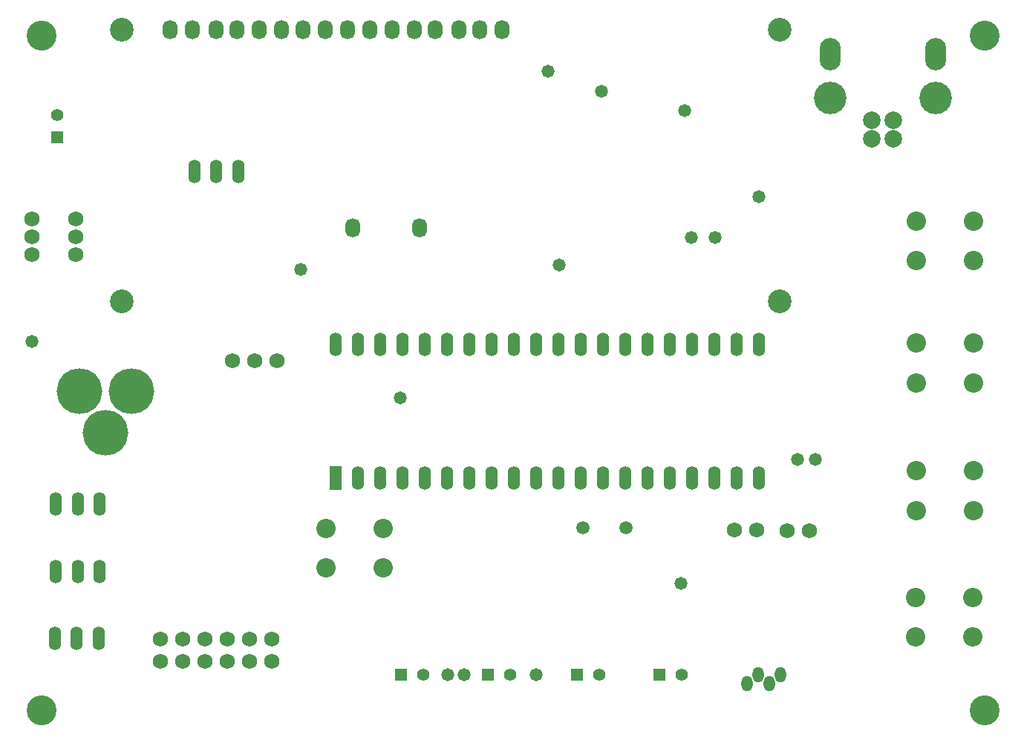
<source format=gbs>
G04*
G04 #@! TF.GenerationSoftware,Altium Limited,Altium Designer,19.0.15 (446)*
G04*
G04 Layer_Color=16711935*
%FSLAX24Y24*%
%MOIN*%
G70*
G01*
G75*
%ADD28C,0.0552*%
%ADD29R,0.0552X0.0552*%
%ADD30R,0.0552X0.0552*%
%ADD31C,0.0680*%
%ADD32C,0.1064*%
%ADD33O,0.0671X0.0867*%
%ADD34O,0.0552X0.1064*%
%ADD35O,0.0513X0.0710*%
%ADD36C,0.0592*%
%ADD37O,0.0680X0.0867*%
%ADD38C,0.0867*%
%ADD39R,0.0552X0.1064*%
%ADD40O,0.0552X0.1064*%
%ADD41C,0.2049*%
%ADD42C,0.0789*%
%ADD43C,0.1458*%
%ADD44O,0.0946X0.1458*%
%ADD45C,0.1340*%
%ADD46C,0.0580*%
D28*
X18681Y3174D02*
D03*
X22589D02*
D03*
X26610D02*
D03*
X30309D02*
D03*
X2275Y28294D02*
D03*
D29*
X17681Y3174D02*
D03*
X21589D02*
D03*
X25610D02*
D03*
X29309D02*
D03*
D30*
X2275Y27294D02*
D03*
D31*
X32677Y9690D02*
D03*
X33677D02*
D03*
X36030Y9650D02*
D03*
X35030D02*
D03*
X12132Y17261D02*
D03*
X11132D02*
D03*
X10132D02*
D03*
X6883Y3781D02*
D03*
X7883D02*
D03*
X9883D02*
D03*
X8883D02*
D03*
X10883D02*
D03*
X11883D02*
D03*
Y4781D02*
D03*
X10883D02*
D03*
X8883D02*
D03*
X9883D02*
D03*
X7883D02*
D03*
X6883D02*
D03*
X1132Y22057D02*
D03*
Y22844D02*
D03*
Y23632D02*
D03*
X3100D02*
D03*
Y22844D02*
D03*
Y22057D02*
D03*
D32*
X34700Y19944D02*
D03*
Y32149D02*
D03*
X5172Y19944D02*
D03*
Y32149D02*
D03*
D33*
X22238D02*
D03*
X21238D02*
D03*
X20288D02*
D03*
X19238D02*
D03*
X18288D02*
D03*
X17288D02*
D03*
X16288D02*
D03*
X15288D02*
D03*
X14288D02*
D03*
X13288D02*
D03*
X12338D02*
D03*
X11338D02*
D03*
X10338D02*
D03*
X9388D02*
D03*
X8338D02*
D03*
X7338D02*
D03*
D34*
X4124Y4814D02*
D03*
X3139D02*
D03*
X2155D02*
D03*
X4169Y7794D02*
D03*
X3184D02*
D03*
X2200D02*
D03*
X4169Y10844D02*
D03*
X3184D02*
D03*
X2200D02*
D03*
X8415Y25782D02*
D03*
X9400D02*
D03*
X10384D02*
D03*
D35*
X34722Y3161D02*
D03*
X34222Y2761D02*
D03*
X33722Y3161D02*
D03*
X33222Y2761D02*
D03*
D36*
X27782Y9785D02*
D03*
X25851D02*
D03*
D37*
X18543Y23253D02*
D03*
X15543D02*
D03*
D38*
X43400Y23544D02*
D03*
X40841D02*
D03*
Y21773D02*
D03*
X43400D02*
D03*
Y18061D02*
D03*
X40841D02*
D03*
Y16289D02*
D03*
X43400D02*
D03*
X43389Y12328D02*
D03*
X40830D02*
D03*
Y10556D02*
D03*
X43389D02*
D03*
X43359Y6644D02*
D03*
X40800D02*
D03*
Y4873D02*
D03*
X43359D02*
D03*
X14331Y7972D02*
D03*
X16890D02*
D03*
Y9744D02*
D03*
X14331D02*
D03*
D39*
X14770Y12026D02*
D03*
D40*
X15770D02*
D03*
X16770D02*
D03*
X17770D02*
D03*
X18770D02*
D03*
X19770D02*
D03*
X20770D02*
D03*
X21770D02*
D03*
X22770D02*
D03*
X23770D02*
D03*
X24770D02*
D03*
X25770D02*
D03*
X26770D02*
D03*
X27770D02*
D03*
X28770D02*
D03*
X29770D02*
D03*
X30770D02*
D03*
X31770D02*
D03*
X32770D02*
D03*
X33770D02*
D03*
X14770Y18026D02*
D03*
X15770D02*
D03*
X16770D02*
D03*
X17770D02*
D03*
X18770D02*
D03*
X19770D02*
D03*
X20770D02*
D03*
X21770D02*
D03*
X22770D02*
D03*
X23770D02*
D03*
X24770D02*
D03*
X25770D02*
D03*
X26770D02*
D03*
X27770D02*
D03*
X28770D02*
D03*
X29770D02*
D03*
X30770D02*
D03*
X31770D02*
D03*
X32770D02*
D03*
X33770D02*
D03*
D41*
X4431Y14044D02*
D03*
X3250Y15894D02*
D03*
X5612D02*
D03*
D42*
X38828Y27230D02*
D03*
X39812D02*
D03*
Y28070D02*
D03*
X38828D02*
D03*
D43*
X41690Y29084D02*
D03*
X36950D02*
D03*
D44*
X41690Y31044D02*
D03*
X36950D02*
D03*
D45*
X43898Y1575D02*
D03*
Y31890D02*
D03*
X1575D02*
D03*
Y1575D02*
D03*
D46*
X1142Y18159D02*
D03*
X24301Y30280D02*
D03*
X36299Y12830D02*
D03*
X35502Y12859D02*
D03*
X17677Y15615D02*
D03*
X13209Y21373D02*
D03*
X30256Y7278D02*
D03*
X24793Y21580D02*
D03*
X30738Y22800D02*
D03*
X31811D02*
D03*
X33760Y24650D02*
D03*
X26713Y29365D02*
D03*
X30433Y28509D02*
D03*
X19813Y3161D02*
D03*
X20541Y3174D02*
D03*
X23778Y3174D02*
D03*
M02*

</source>
